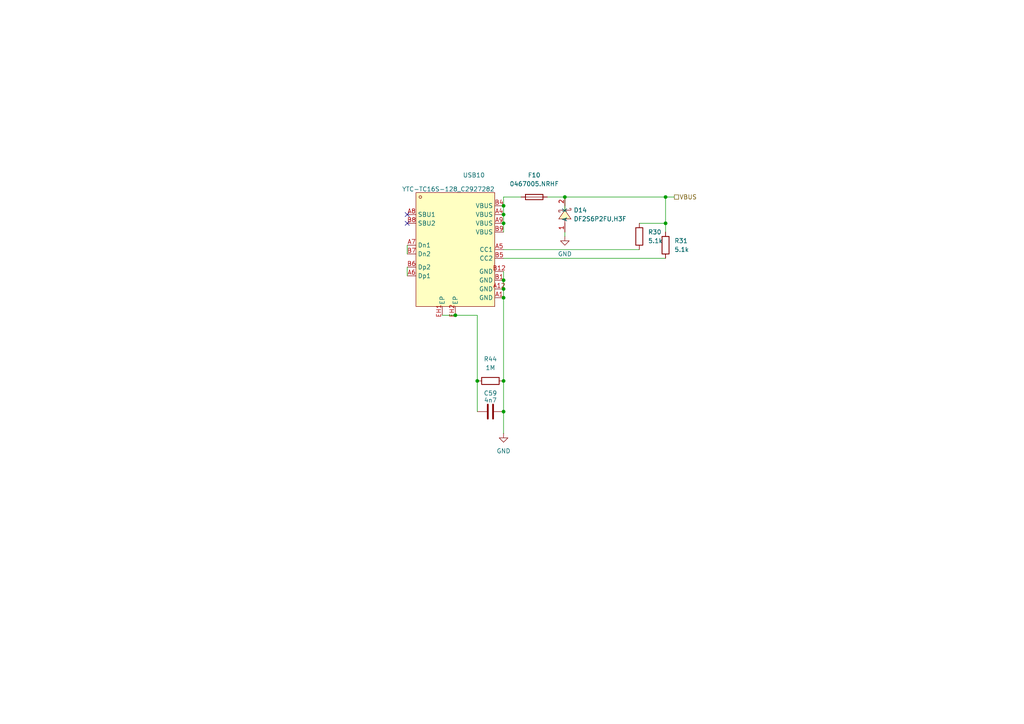
<source format=kicad_sch>
(kicad_sch (version 20250114) (generator "eeschema") (generator_version "9.0")
  (paper "A4")
  (lib_symbols
    (symbol "Device:C" (pin_numbers (hide yes)) (pin_names (offset 0.254))
      (property "Reference" "C" (at 0.635 2.54 0))
      (property "Value" "C" (at 0.635 -2.54 0))
      (symbol "C_0_1"
        (polyline (pts (xy -2.032 0.762) (xy 2.032 0.762)) (stroke (width 0.508)))
        (polyline (pts (xy -2.032 -0.762) (xy 2.032 -0.762)) (stroke (width 0.508)))
      )
      (symbol "C_1_1"
        (pin passive line (at 0 3.81 270) (length 2.794) (name "~") (number "1"))
        (pin passive line (at 0 -3.81 90) (length 2.794) (name "~") (number "2"))
      )
    )
    (symbol "Device:Fuse" (pin_numbers (hide yes)) (pin_names (offset 0))
      (property "Reference" "F" (at 2.032 0 90))
      (property "Value" "Fuse" (at -1.905 0 90))
      (symbol "Fuse_0_1"
        (rectangle (start -0.762 -2.54) (end 0.762 2.54) (stroke (width 0.254)))
        (polyline (pts (xy 0 2.54) (xy 0 -2.54)))
      )
      (symbol "Fuse_1_1"
        (pin passive line (at 0 3.81 270) (length 1.27) (name "~") (number "1"))
        (pin passive line (at 0 -3.81 90) (length 1.27) (name "~") (number "2"))
      )
    )
    (symbol "Device:R" (pin_numbers (hide yes)) (pin_names (offset 0))
      (property "Reference" "R" (at 2.032 0 90))
      (property "Value" "R" (at 0 0 90))
      (symbol "R_0_1"
        (rectangle (start -1.016 -2.54) (end 1.016 2.54) (stroke (width 0.254)))
      )
      (symbol "R_1_1"
        (pin passive line (at 0 3.81 270) (length 1.27) (name "~") (number "1"))
        (pin passive line (at 0 -3.81 90) (length 1.27) (name "~") (number "2"))
      )
    )
    (symbol "easyeda2kicad:DF2S6P2FU,H3F"
      (property "Reference" "D" (at 0 5.08 0))
      (property "Value" "DF2S6P2FU,H3F" (at 0 -5.08 0))
      (symbol "DF2S6P2FU,H3F_0_1"
        (polyline (pts (xy -1.78 1.27) (xy -1.78 1.78) (xy -1.27 1.78) (xy -1.27 -1.78) (xy -0.76 -1.78) (xy -0.76 -1.27)))
        (polyline (pts (xy -1.27 0) (xy -2.54 0)))
        (polyline (pts (xy 1.27 1.78) (xy -1.27 0) (xy 1.27 -1.78) (xy 1.27 1.78)) (fill (type background)))
        (polyline (pts (xy 2.54 0) (xy 1.27 0)))
        (pin unspecified line (at -5.08 0 0) (length 2.54) (name "K") (number "2"))
        (pin unspecified line (at 5.08 0 180) (length 2.54) (name "A") (number "1"))
      )
    )
    (symbol "easyeda2kicad:YTC-TC16S-128_C2927282"
      (property "Reference" "USB8" (at 2.1433 20.32 0))
      (property "Value" "YTC-TC16S-128_C2927282" (at 2.1433 17.78 0))
      (symbol "YTC-TC16S-128_C2927282_0_1"
        (rectangle (start -11.43 15.24) (end 11.43 -17.78) (fill (type background)))
        (circle (center -10.16 13.97) (radius 0.38))
        (pin unspecified line (at -13.97 8.89 0) (length 2.54) (name "SBU1") (number "A8"))
        (pin unspecified line (at -13.97 6.35 0) (length 2.54) (name "SBU2") (number "B8"))
        (pin unspecified line (at -13.97 0 0) (length 2.54) (name "Dn1") (number "A7"))
        (pin unspecified line (at -13.97 -2.54 0) (length 2.54) (name "Dn2") (number "B7"))
        (pin unspecified line (at -13.97 -6.35 0) (length 2.54) (name "Dp2") (number "B6"))
        (pin unspecified line (at -13.97 -8.89 0) (length 2.54) (name "Dp1") (number "A6"))
        (pin unspecified line (at -3.81 -20.32 90) (length 2.54) (name "EP") (number "EH1"))
        (pin unspecified line (at 0 -20.32 90) (length 2.54) (name "EP") (number "EH2"))
        (pin unspecified line (at 13.97 11.43 180) (length 2.54) (name "VBUS") (number "B4"))
        (pin unspecified line (at 13.97 8.89 180) (length 2.54) (name "VBUS") (number "A4"))
        (pin unspecified line (at 13.97 6.35 180) (length 2.54) (name "VBUS") (number "A9"))
        (pin unspecified line (at 13.97 3.81 180) (length 2.54) (name "VBUS") (number "B9"))
        (pin unspecified line (at 13.97 -1.27 180) (length 2.54) (name "CC1") (number "A5"))
        (pin unspecified line (at 13.97 -3.81 180) (length 2.54) (name "CC2") (number "B5"))
        (pin unspecified line (at 13.97 -7.62 180) (length 2.54) (name "GND") (number "B12"))
        (pin unspecified line (at 13.97 -10.16 180) (length 2.54) (name "GND") (number "B1"))
        (pin unspecified line (at 13.97 -12.7 180) (length 2.54) (name "GND") (number "A12"))
        (pin unspecified line (at 13.97 -15.24 180) (length 2.54) (name "GND") (number "A1"))
      )
    )
    (symbol "power:GND" (power) (pin_numbers (hide yes)) (pin_names (offset 0) (hide yes))
      (property "Value" "GND" (at 0 -3.81 0))
      (symbol "GND_0_1"
        (polyline (pts (xy 0 0) (xy 0 -1.27) (xy 1.27 -1.27) (xy 0 -2.54) (xy -1.27 -1.27) (xy 0 -1.27)))
      )
      (symbol "GND_1_1"
        (pin power_in line (at 0 0 270) (length 0) (name "~") (number "1"))
      )
    )
  )
  (junction (at 146.05 119.38))
  (junction (at 146.05 59.69))
  (junction (at 146.05 86.36))
  (junction (at 163.83 57.15))
  (junction (at 146.05 64.77))
  (junction (at 193.04 64.77))
  (junction (at 132.08 91.44))
  (junction (at 138.43 110.49))
  (junction (at 146.05 81.28))
  (junction (at 146.05 83.82))
  (junction (at 146.05 110.49))
  (junction (at 193.04 57.15))
  (junction (at 146.05 62.23))
  (no_connect (at 118.11 64.77))
  (no_connect (at 118.11 62.23))
  (wire (pts (xy 146.05 83.82) (xy 146.05 86.36)))
  (wire (pts (xy 158.75 57.15) (xy 163.83 57.15)))
  (wire (pts (xy 138.43 110.49) (xy 138.43 119.38)))
  (wire (pts (xy 146.05 62.23) (xy 146.05 64.77)))
  (wire (pts (xy 146.05 119.38) (xy 146.05 110.49)))
  (wire (pts (xy 138.43 91.44) (xy 138.43 110.49)))
  (wire (pts (xy 146.05 86.36) (xy 146.05 110.49)))
  (wire (pts (xy 146.05 64.77) (xy 146.05 67.31)))
  (wire (pts (xy 163.83 57.15) (xy 163.83 60.96)))
  (wire (pts (xy 163.83 68.58) (xy 163.83 67.31)))
  (wire (pts (xy 163.83 57.15) (xy 193.04 57.15)))
  (wire (pts (xy 146.05 125.73) (xy 146.05 119.38)))
  (wire (pts (xy 146.05 74.93) (xy 193.04 74.93)))
  (wire (pts (xy 146.05 57.15) (xy 151.13 57.15)))
  (wire (pts (xy 146.05 72.39) (xy 185.42 72.39)))
  (wire (pts (xy 146.05 57.15) (xy 146.05 59.69)))
  (wire (pts (xy 193.04 57.15) (xy 195.58 57.15)))
  (wire (pts (xy 193.04 64.77) (xy 193.04 67.31)))
  (wire (pts (xy 118.11 77.47) (xy 118.11 80.01)))
  (wire (pts (xy 132.08 91.44) (xy 138.43 91.44)))
  (wire (pts (xy 118.11 71.12) (xy 118.11 73.66)))
  (wire (pts (xy 146.05 59.69) (xy 146.05 62.23)))
  (wire (pts (xy 193.04 57.15) (xy 193.04 64.77)))
  (wire (pts (xy 146.05 78.74) (xy 146.05 81.28)))
  (wire (pts (xy 185.42 64.77) (xy 193.04 64.77)))
  (wire (pts (xy 128.27 91.44) (xy 132.08 91.44)))
  (wire (pts (xy 146.05 81.28) (xy 146.05 83.82)))
  (hierarchical_label "VBUS" (shape passive) (at 195.58 57.15 0))
  (symbol (lib_id "Device:C") (at 142.24 119.38 90) (unit 1)
    (property "Reference" "C34" (at 142.24 114.046 90))
    (property "Value" "4n7" (at 142.24 116.078 90))
    (property "Footprint" "Capacitor_SMD:C_0603_1608Metric_Pad1.08x0.95mm_HandSolder" (effects (hide yes)))
    (property "Description" "Unpolarized capacitor" (effects (hide yes)))
    (instances (project "charger" (path "" (reference "C59") (unit 1)) (path "" (reference "C58") (unit 1)) (path "" (reference "C42") (unit 1)) (path "" (reference "C34") (unit 1)) (path "" (reference "C50") (unit 1))))
  )
  (symbol (lib_id "Device:R") (at 193.04 71.12 180) (unit 1)
    (property "Reference" "R15" (at 195.58 69.8499 0) (effects (justify right)))
    (property "Value" "5.1k" (at 195.58 72.3899 0) (effects (justify right)))
    (property "Footprint" "Resistor_SMD:R_0603_1608Metric_Pad0.98x0.95mm_HandSolder" (effects (hide yes)))
    (property "Description" "Resistor" (effects (hide yes)))
    (instances (project "charger" (path "" (reference "R31") (unit 1)) (path "" (reference "R27") (unit 1)) (path "" (reference "R19") (unit 1)) (path "" (reference "R15") (unit 1)) (path "" (reference "R23") (unit 1))))
  )
  (symbol (lib_id "Device:R") (at 185.42 68.58 180) (unit 1)
    (property "Reference" "R14" (at 187.96 67.3099 0) (effects (justify right)))
    (property "Value" "5.1k" (at 187.96 69.8499 0) (effects (justify right)))
    (property "Footprint" "Resistor_SMD:R_0603_1608Metric_Pad0.98x0.95mm_HandSolder" (effects (hide yes)))
    (property "Description" "Resistor" (effects (hide yes)))
    (instances (project "charger" (path "" (reference "R30") (unit 1)) (path "" (reference "R26") (unit 1)) (path "" (reference "R18") (unit 1)) (path "" (reference "R14") (unit 1)) (path "" (reference "R22") (unit 1))))
  )
  (symbol (lib_id "easyeda2kicad:DF2S6P2FU,H3F") (at 163.83 62.23 270) (unit 1)
    (property "Reference" "D6" (at 166.37 60.9599 90) (effects (justify left)))
    (property "Value" "DF2S6P2FU,H3F" (at 166.37 63.4999 90) (effects (justify left)))
    (property "Footprint" "easyeda2kicad:USC_L1.7-W1.3-LS2.5-R-RD" (effects (hide yes)))
    (property "LCSC Part" "C1974448" (effects (hide yes)))
    (instances (project "charger" (path "" (reference "D14") (unit 1)) (path "" (reference "D12") (unit 1)) (path "" (reference "D8") (unit 1)) (path "" (reference "D6") (unit 1)) (path "" (reference "D10") (unit 1))))
  )
  (symbol (lib_id "Device:Fuse") (at 154.94 57.15 90) (unit 1)
    (property "Reference" "F6" (at 154.94 50.8 90))
    (property "Value" "0467005.NRHF" (at 154.94 53.34 90))
    (property "Footprint" "easyeda2kicad:F0603" (effects (hide yes)))
    (property "Description" "Fuse" (effects (hide yes)))
    (instances (project "charger" (path "" (reference "F10") (unit 1)) (path "" (reference "F9") (unit 1)) (path "" (reference "F7") (unit 1)) (path "" (reference "F6") (unit 1)) (path "" (reference "F8") (unit 1))))
  )
  (symbol (lib_id "Device:R") (at 142.24 110.49 270) (unit 1)
    (property "Reference" "R21" (at 142.24 104.14 90))
    (property "Value" "1M" (at 142.24 106.68 90))
    (property "Footprint" "Resistor_SMD:R_0603_1608Metric_Pad0.98x0.95mm_HandSolder" (effects (hide yes)))
    (property "Description" "Resistor" (effects (hide yes)))
    (instances (project "charger" (path "" (reference "R44") (unit 1)) (path "" (reference "R43") (unit 1)) (path "" (reference "R25") (unit 1)) (path "" (reference "R21") (unit 1)) (path "" (reference "R29") (unit 1))))
  )
  (symbol (lib_id "power:GND") (at 146.05 125.73 0) (unit 1)
    (property "Reference" "#PWR036" (effects (hide yes)))
    (property "Value" "GND" (at 146.05 130.81 0))
    (property "Description" "Power symbol creates a global label with name \"GND\" , ground" (effects (hide yes)))
    (instances (project "charger" (path "" (reference "#PWR066") (unit 1)) (path "" (reference "#PWR065") (unit 1)) (path "" (reference "#PWR044") (unit 1)) (path "" (reference "#PWR036") (unit 1)) (path "" (reference "#PWR052") (unit 1))))
  )
  (symbol (lib_id "easyeda2kicad:YTC-TC16S-128_C2927282") (at 132.08 71.12 0) (unit 1)
    (property "Reference" "USB6" (at 134.2233 50.8 0) (effects (justify left)))
    (property "Value" "YTC-TC16S-128_C2927282" (at 116.586 54.864 0) (effects (justify left)))
    (property "Footprint" "easyeda2kicad:TYPE-C-SMD_YTC-TC16S-128" (effects (hide yes)))
    (property "LCSC Part" "C2927282" (effects (hide yes)))
    (instances (project "" (path "" (reference "USB10") (unit 1)) (path "" (reference "USB9") (unit 1)) (path "" (reference "USB7") (unit 1)) (path "" (reference "USB6") (unit 1)) (path "" (reference "USB8") (unit 1))))
  )
  (symbol (lib_id "power:GND") (at 163.83 68.58 0) (unit 1)
    (property "Reference" "#PWR021" (effects (hide yes)))
    (property "Value" "GND" (at 163.83 73.66 0))
    (property "Description" "Power symbol creates a global label with name \"GND\" , ground" (effects (hide yes)))
    (instances (project "charger" (path "" (reference "#PWR053") (unit 1)) (path "" (reference "#PWR045") (unit 1)) (path "" (reference "#PWR029") (unit 1)) (path "" (reference "#PWR021") (unit 1)) (path "" (reference "#PWR037") (unit 1))))
  )
)
</source>
